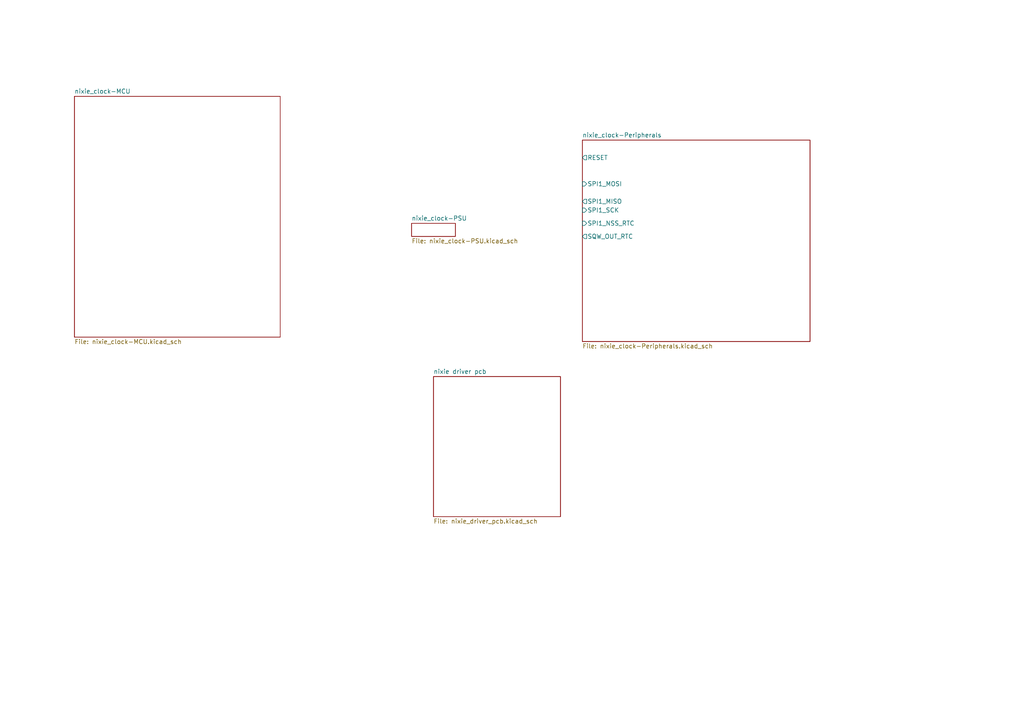
<source format=kicad_sch>
(kicad_sch (version 20230121) (generator eeschema)
  (paper "A4")
  (lib_symbols)
  (sheet (at 21.59 27.94) (size 59.69 69.85) (stroke (width 0.1524))
    (property "Sheetname" "nixie_clock-MCU" (at 21.59 27.2284 0) (effects (justify left bottom)))
    (property "Sheetfile" "nixie_clock-MCU.kicad_sch" (at 21.59 98.3746 0) (effects (justify left top)))
  )
  (sheet (at 119.38 64.77) (size 12.7 3.81) (stroke (width 0.1524))
    (property "Sheetname" "nixie_clock-PSU" (at 119.38 64.0584 0) (effects (justify left bottom)))
    (property "Sheetfile" "nixie_clock-PSU.kicad_sch" (at 119.38 69.1646 0) (effects (justify left top)))
  )
  (sheet (at 168.91 40.64) (size 66.04 58.42) (stroke (width 0.1524))
    (property "Sheetname" "nixie_clock-Peripherals" (at 168.91 39.9284 0) (effects (justify left bottom)))
    (property "Sheetfile" "nixie_clock-Peripherals.kicad_sch" (at 168.91 99.6446 0) (effects (justify left top)))
    (pin "RESET" output (at 168.91 45.72 180))
    (pin "SPI1_MOSI" input (at 168.91 53.34 180))
    (pin "SPI1_MISO" output (at 168.91 58.42 180))
    (pin "SPI1_SCK" input (at 168.91 60.96 180))
    (pin "SPI1_NSS_RTC" input (at 168.91 64.77 180))
    (pin "SQW_OUT_RTC" output (at 168.91 68.58 180))
  )
  (sheet (at 125.73 109.22) (size 36.83 40.64) (stroke (width 0.1524))
    (property "Sheetname" "nixie driver pcb" (at 125.73 108.5084 0) (effects (justify left bottom)))
    (property "Sheetfile" "nixie_driver_pcb.kicad_sch" (at 125.73 150.4446 0) (effects (justify left top)))
  )
)
</source>
